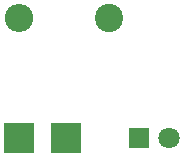
<source format=gtl>
G04 #@! TF.FileFunction,Copper,L1,Top,Signal*
%FSLAX46Y46*%
G04 Gerber Fmt 4.6, Leading zero omitted, Abs format (unit mm)*
G04 Created by KiCad (PCBNEW 4.0.7) date 07/27/19 18:14:41*
%MOMM*%
%LPD*%
G01*
G04 APERTURE LIST*
%ADD10C,0.100000*%
%ADD11R,2.500000X2.500000*%
%ADD12R,1.800000X1.800000*%
%ADD13C,1.800000*%
%ADD14C,2.400000*%
%ADD15O,2.400000X2.400000*%
G04 APERTURE END LIST*
D10*
D11*
X151260000Y-115570000D03*
X147320000Y-115570000D03*
D12*
X157480000Y-115570000D03*
D13*
X160020000Y-115570000D03*
D14*
X154940000Y-105410000D03*
D15*
X147320000Y-105410000D03*
M02*

</source>
